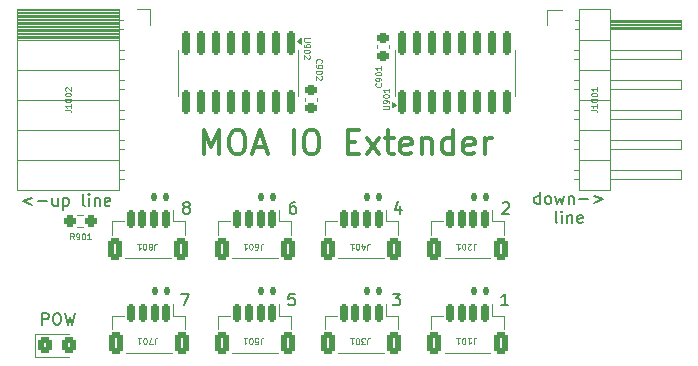
<source format=gbr>
%TF.GenerationSoftware,KiCad,Pcbnew,8.0.2*%
%TF.CreationDate,2024-10-31T00:13:47+01:00*%
%TF.ProjectId,IO_extender,494f5f65-7874-4656-9e64-65722e6b6963,rev?*%
%TF.SameCoordinates,Original*%
%TF.FileFunction,Legend,Top*%
%TF.FilePolarity,Positive*%
%FSLAX46Y46*%
G04 Gerber Fmt 4.6, Leading zero omitted, Abs format (unit mm)*
G04 Created by KiCad (PCBNEW 8.0.2) date 2024-10-31 00:13:47*
%MOMM*%
%LPD*%
G01*
G04 APERTURE LIST*
G04 Aperture macros list*
%AMRoundRect*
0 Rectangle with rounded corners*
0 $1 Rounding radius*
0 $2 $3 $4 $5 $6 $7 $8 $9 X,Y pos of 4 corners*
0 Add a 4 corners polygon primitive as box body*
4,1,4,$2,$3,$4,$5,$6,$7,$8,$9,$2,$3,0*
0 Add four circle primitives for the rounded corners*
1,1,$1+$1,$2,$3*
1,1,$1+$1,$4,$5*
1,1,$1+$1,$6,$7*
1,1,$1+$1,$8,$9*
0 Add four rect primitives between the rounded corners*
20,1,$1+$1,$2,$3,$4,$5,0*
20,1,$1+$1,$4,$5,$6,$7,0*
20,1,$1+$1,$6,$7,$8,$9,0*
20,1,$1+$1,$8,$9,$2,$3,0*%
G04 Aperture macros list end*
%ADD10C,0.150000*%
%ADD11C,0.300000*%
%ADD12C,0.075000*%
%ADD13C,0.120000*%
%ADD14RoundRect,0.225000X-0.250000X0.225000X-0.250000X-0.225000X0.250000X-0.225000X0.250000X0.225000X0*%
%ADD15RoundRect,0.250000X0.350000X0.650000X-0.350000X0.650000X-0.350000X-0.650000X0.350000X-0.650000X0*%
%ADD16RoundRect,0.150000X0.150000X0.625000X-0.150000X0.625000X-0.150000X-0.625000X0.150000X-0.625000X0*%
%ADD17RoundRect,0.135000X-0.135000X-0.185000X0.135000X-0.185000X0.135000X0.185000X-0.135000X0.185000X0*%
%ADD18O,1.700000X1.700000*%
%ADD19R,1.700000X1.700000*%
%ADD20RoundRect,0.150000X-0.150000X0.825000X-0.150000X-0.825000X0.150000X-0.825000X0.150000X0.825000X0*%
%ADD21RoundRect,0.225000X0.250000X-0.225000X0.250000X0.225000X-0.250000X0.225000X-0.250000X-0.225000X0*%
%ADD22RoundRect,0.250000X-0.325000X-0.450000X0.325000X-0.450000X0.325000X0.450000X-0.325000X0.450000X0*%
%ADD23RoundRect,0.150000X0.150000X-0.825000X0.150000X0.825000X-0.150000X0.825000X-0.150000X-0.825000X0*%
%ADD24RoundRect,0.237500X0.250000X0.237500X-0.250000X0.237500X-0.250000X-0.237500X0.250000X-0.237500X0*%
%ADD25C,3.200000*%
G04 APERTURE END LIST*
D10*
X167837998Y-123260870D02*
X167837998Y-123927537D01*
X167599903Y-122879918D02*
X167361808Y-123594203D01*
X167361808Y-123594203D02*
X167980855Y-123594203D01*
X176973236Y-131690537D02*
X176401808Y-131690537D01*
X176687522Y-131690537D02*
X176687522Y-130690537D01*
X176687522Y-130690537D02*
X176592284Y-130833394D01*
X176592284Y-130833394D02*
X176497046Y-130928632D01*
X176497046Y-130928632D02*
X176401808Y-130976251D01*
X137491507Y-133346819D02*
X137491507Y-132346819D01*
X137491507Y-132346819D02*
X137872459Y-132346819D01*
X137872459Y-132346819D02*
X137967697Y-132394438D01*
X137967697Y-132394438D02*
X138015316Y-132442057D01*
X138015316Y-132442057D02*
X138062935Y-132537295D01*
X138062935Y-132537295D02*
X138062935Y-132680152D01*
X138062935Y-132680152D02*
X138015316Y-132775390D01*
X138015316Y-132775390D02*
X137967697Y-132823009D01*
X137967697Y-132823009D02*
X137872459Y-132870628D01*
X137872459Y-132870628D02*
X137491507Y-132870628D01*
X138681983Y-132346819D02*
X138872459Y-132346819D01*
X138872459Y-132346819D02*
X138967697Y-132394438D01*
X138967697Y-132394438D02*
X139062935Y-132489676D01*
X139062935Y-132489676D02*
X139110554Y-132680152D01*
X139110554Y-132680152D02*
X139110554Y-133013485D01*
X139110554Y-133013485D02*
X139062935Y-133203961D01*
X139062935Y-133203961D02*
X138967697Y-133299200D01*
X138967697Y-133299200D02*
X138872459Y-133346819D01*
X138872459Y-133346819D02*
X138681983Y-133346819D01*
X138681983Y-133346819D02*
X138586745Y-133299200D01*
X138586745Y-133299200D02*
X138491507Y-133203961D01*
X138491507Y-133203961D02*
X138443888Y-133013485D01*
X138443888Y-133013485D02*
X138443888Y-132680152D01*
X138443888Y-132680152D02*
X138491507Y-132489676D01*
X138491507Y-132489676D02*
X138586745Y-132394438D01*
X138586745Y-132394438D02*
X138681983Y-132346819D01*
X139443888Y-132346819D02*
X139681983Y-133346819D01*
X139681983Y-133346819D02*
X139872459Y-132632533D01*
X139872459Y-132632533D02*
X140062935Y-133346819D01*
X140062935Y-133346819D02*
X140301031Y-132346819D01*
X167210189Y-130690537D02*
X167829236Y-130690537D01*
X167829236Y-130690537D02*
X167495903Y-131071489D01*
X167495903Y-131071489D02*
X167638760Y-131071489D01*
X167638760Y-131071489D02*
X167733998Y-131119108D01*
X167733998Y-131119108D02*
X167781617Y-131166727D01*
X167781617Y-131166727D02*
X167829236Y-131261965D01*
X167829236Y-131261965D02*
X167829236Y-131500060D01*
X167829236Y-131500060D02*
X167781617Y-131595298D01*
X167781617Y-131595298D02*
X167733998Y-131642918D01*
X167733998Y-131642918D02*
X167638760Y-131690537D01*
X167638760Y-131690537D02*
X167353046Y-131690537D01*
X167353046Y-131690537D02*
X167257808Y-131642918D01*
X167257808Y-131642918D02*
X167210189Y-131595298D01*
X158891617Y-130690537D02*
X158415427Y-130690537D01*
X158415427Y-130690537D02*
X158367808Y-131166727D01*
X158367808Y-131166727D02*
X158415427Y-131119108D01*
X158415427Y-131119108D02*
X158510665Y-131071489D01*
X158510665Y-131071489D02*
X158748760Y-131071489D01*
X158748760Y-131071489D02*
X158843998Y-131119108D01*
X158843998Y-131119108D02*
X158891617Y-131166727D01*
X158891617Y-131166727D02*
X158939236Y-131261965D01*
X158939236Y-131261965D02*
X158939236Y-131500060D01*
X158939236Y-131500060D02*
X158891617Y-131595298D01*
X158891617Y-131595298D02*
X158843998Y-131642918D01*
X158843998Y-131642918D02*
X158748760Y-131690537D01*
X158748760Y-131690537D02*
X158510665Y-131690537D01*
X158510665Y-131690537D02*
X158415427Y-131642918D01*
X158415427Y-131642918D02*
X158367808Y-131595298D01*
X149645284Y-123356108D02*
X149550046Y-123308489D01*
X149550046Y-123308489D02*
X149502427Y-123260870D01*
X149502427Y-123260870D02*
X149454808Y-123165632D01*
X149454808Y-123165632D02*
X149454808Y-123118013D01*
X149454808Y-123118013D02*
X149502427Y-123022775D01*
X149502427Y-123022775D02*
X149550046Y-122975156D01*
X149550046Y-122975156D02*
X149645284Y-122927537D01*
X149645284Y-122927537D02*
X149835760Y-122927537D01*
X149835760Y-122927537D02*
X149930998Y-122975156D01*
X149930998Y-122975156D02*
X149978617Y-123022775D01*
X149978617Y-123022775D02*
X150026236Y-123118013D01*
X150026236Y-123118013D02*
X150026236Y-123165632D01*
X150026236Y-123165632D02*
X149978617Y-123260870D01*
X149978617Y-123260870D02*
X149930998Y-123308489D01*
X149930998Y-123308489D02*
X149835760Y-123356108D01*
X149835760Y-123356108D02*
X149645284Y-123356108D01*
X149645284Y-123356108D02*
X149550046Y-123403727D01*
X149550046Y-123403727D02*
X149502427Y-123451346D01*
X149502427Y-123451346D02*
X149454808Y-123546584D01*
X149454808Y-123546584D02*
X149454808Y-123737060D01*
X149454808Y-123737060D02*
X149502427Y-123832298D01*
X149502427Y-123832298D02*
X149550046Y-123879918D01*
X149550046Y-123879918D02*
X149645284Y-123927537D01*
X149645284Y-123927537D02*
X149835760Y-123927537D01*
X149835760Y-123927537D02*
X149930998Y-123879918D01*
X149930998Y-123879918D02*
X149978617Y-123832298D01*
X149978617Y-123832298D02*
X150026236Y-123737060D01*
X150026236Y-123737060D02*
X150026236Y-123546584D01*
X150026236Y-123546584D02*
X149978617Y-123451346D01*
X149978617Y-123451346D02*
X149930998Y-123403727D01*
X149930998Y-123403727D02*
X149835760Y-123356108D01*
X158947998Y-122927537D02*
X158757522Y-122927537D01*
X158757522Y-122927537D02*
X158662284Y-122975156D01*
X158662284Y-122975156D02*
X158614665Y-123022775D01*
X158614665Y-123022775D02*
X158519427Y-123165632D01*
X158519427Y-123165632D02*
X158471808Y-123356108D01*
X158471808Y-123356108D02*
X158471808Y-123737060D01*
X158471808Y-123737060D02*
X158519427Y-123832298D01*
X158519427Y-123832298D02*
X158567046Y-123879918D01*
X158567046Y-123879918D02*
X158662284Y-123927537D01*
X158662284Y-123927537D02*
X158852760Y-123927537D01*
X158852760Y-123927537D02*
X158947998Y-123879918D01*
X158947998Y-123879918D02*
X158995617Y-123832298D01*
X158995617Y-123832298D02*
X159043236Y-123737060D01*
X159043236Y-123737060D02*
X159043236Y-123498965D01*
X159043236Y-123498965D02*
X158995617Y-123403727D01*
X158995617Y-123403727D02*
X158947998Y-123356108D01*
X158947998Y-123356108D02*
X158852760Y-123308489D01*
X158852760Y-123308489D02*
X158662284Y-123308489D01*
X158662284Y-123308489D02*
X158567046Y-123356108D01*
X158567046Y-123356108D02*
X158519427Y-123403727D01*
X158519427Y-123403727D02*
X158471808Y-123498965D01*
X149303189Y-130690537D02*
X149969855Y-130690537D01*
X149969855Y-130690537D02*
X149541284Y-131690537D01*
X136668238Y-122578372D02*
X135906333Y-122864086D01*
X135906333Y-122864086D02*
X136668238Y-123149800D01*
X137144428Y-122864086D02*
X137906333Y-122864086D01*
X138811094Y-122578372D02*
X138811094Y-123245039D01*
X138382523Y-122578372D02*
X138382523Y-123102181D01*
X138382523Y-123102181D02*
X138430142Y-123197420D01*
X138430142Y-123197420D02*
X138525380Y-123245039D01*
X138525380Y-123245039D02*
X138668237Y-123245039D01*
X138668237Y-123245039D02*
X138763475Y-123197420D01*
X138763475Y-123197420D02*
X138811094Y-123149800D01*
X139287285Y-122578372D02*
X139287285Y-123578372D01*
X139287285Y-122625991D02*
X139382523Y-122578372D01*
X139382523Y-122578372D02*
X139572999Y-122578372D01*
X139572999Y-122578372D02*
X139668237Y-122625991D01*
X139668237Y-122625991D02*
X139715856Y-122673610D01*
X139715856Y-122673610D02*
X139763475Y-122768848D01*
X139763475Y-122768848D02*
X139763475Y-123054562D01*
X139763475Y-123054562D02*
X139715856Y-123149800D01*
X139715856Y-123149800D02*
X139668237Y-123197420D01*
X139668237Y-123197420D02*
X139572999Y-123245039D01*
X139572999Y-123245039D02*
X139382523Y-123245039D01*
X139382523Y-123245039D02*
X139287285Y-123197420D01*
X141096809Y-123245039D02*
X141001571Y-123197420D01*
X141001571Y-123197420D02*
X140953952Y-123102181D01*
X140953952Y-123102181D02*
X140953952Y-122245039D01*
X141477762Y-123245039D02*
X141477762Y-122578372D01*
X141477762Y-122245039D02*
X141430143Y-122292658D01*
X141430143Y-122292658D02*
X141477762Y-122340277D01*
X141477762Y-122340277D02*
X141525381Y-122292658D01*
X141525381Y-122292658D02*
X141477762Y-122245039D01*
X141477762Y-122245039D02*
X141477762Y-122340277D01*
X141953952Y-122578372D02*
X141953952Y-123245039D01*
X141953952Y-122673610D02*
X142001571Y-122625991D01*
X142001571Y-122625991D02*
X142096809Y-122578372D01*
X142096809Y-122578372D02*
X142239666Y-122578372D01*
X142239666Y-122578372D02*
X142334904Y-122625991D01*
X142334904Y-122625991D02*
X142382523Y-122721229D01*
X142382523Y-122721229D02*
X142382523Y-123245039D01*
X143239666Y-123197420D02*
X143144428Y-123245039D01*
X143144428Y-123245039D02*
X142953952Y-123245039D01*
X142953952Y-123245039D02*
X142858714Y-123197420D01*
X142858714Y-123197420D02*
X142811095Y-123102181D01*
X142811095Y-123102181D02*
X142811095Y-122721229D01*
X142811095Y-122721229D02*
X142858714Y-122625991D01*
X142858714Y-122625991D02*
X142953952Y-122578372D01*
X142953952Y-122578372D02*
X143144428Y-122578372D01*
X143144428Y-122578372D02*
X143239666Y-122625991D01*
X143239666Y-122625991D02*
X143287285Y-122721229D01*
X143287285Y-122721229D02*
X143287285Y-122816467D01*
X143287285Y-122816467D02*
X142811095Y-122911705D01*
X179665619Y-123100875D02*
X179665619Y-122100875D01*
X179665619Y-123053256D02*
X179570381Y-123100875D01*
X179570381Y-123100875D02*
X179379905Y-123100875D01*
X179379905Y-123100875D02*
X179284667Y-123053256D01*
X179284667Y-123053256D02*
X179237048Y-123005636D01*
X179237048Y-123005636D02*
X179189429Y-122910398D01*
X179189429Y-122910398D02*
X179189429Y-122624684D01*
X179189429Y-122624684D02*
X179237048Y-122529446D01*
X179237048Y-122529446D02*
X179284667Y-122481827D01*
X179284667Y-122481827D02*
X179379905Y-122434208D01*
X179379905Y-122434208D02*
X179570381Y-122434208D01*
X179570381Y-122434208D02*
X179665619Y-122481827D01*
X180284667Y-123100875D02*
X180189429Y-123053256D01*
X180189429Y-123053256D02*
X180141810Y-123005636D01*
X180141810Y-123005636D02*
X180094191Y-122910398D01*
X180094191Y-122910398D02*
X180094191Y-122624684D01*
X180094191Y-122624684D02*
X180141810Y-122529446D01*
X180141810Y-122529446D02*
X180189429Y-122481827D01*
X180189429Y-122481827D02*
X180284667Y-122434208D01*
X180284667Y-122434208D02*
X180427524Y-122434208D01*
X180427524Y-122434208D02*
X180522762Y-122481827D01*
X180522762Y-122481827D02*
X180570381Y-122529446D01*
X180570381Y-122529446D02*
X180618000Y-122624684D01*
X180618000Y-122624684D02*
X180618000Y-122910398D01*
X180618000Y-122910398D02*
X180570381Y-123005636D01*
X180570381Y-123005636D02*
X180522762Y-123053256D01*
X180522762Y-123053256D02*
X180427524Y-123100875D01*
X180427524Y-123100875D02*
X180284667Y-123100875D01*
X180951334Y-122434208D02*
X181141810Y-123100875D01*
X181141810Y-123100875D02*
X181332286Y-122624684D01*
X181332286Y-122624684D02*
X181522762Y-123100875D01*
X181522762Y-123100875D02*
X181713238Y-122434208D01*
X182094191Y-122434208D02*
X182094191Y-123100875D01*
X182094191Y-122529446D02*
X182141810Y-122481827D01*
X182141810Y-122481827D02*
X182237048Y-122434208D01*
X182237048Y-122434208D02*
X182379905Y-122434208D01*
X182379905Y-122434208D02*
X182475143Y-122481827D01*
X182475143Y-122481827D02*
X182522762Y-122577065D01*
X182522762Y-122577065D02*
X182522762Y-123100875D01*
X182998953Y-122719922D02*
X183760858Y-122719922D01*
X184237048Y-122434208D02*
X184998953Y-122719922D01*
X184998953Y-122719922D02*
X184237048Y-123005636D01*
X181118000Y-124710819D02*
X181022762Y-124663200D01*
X181022762Y-124663200D02*
X180975143Y-124567961D01*
X180975143Y-124567961D02*
X180975143Y-123710819D01*
X181498953Y-124710819D02*
X181498953Y-124044152D01*
X181498953Y-123710819D02*
X181451334Y-123758438D01*
X181451334Y-123758438D02*
X181498953Y-123806057D01*
X181498953Y-123806057D02*
X181546572Y-123758438D01*
X181546572Y-123758438D02*
X181498953Y-123710819D01*
X181498953Y-123710819D02*
X181498953Y-123806057D01*
X181975143Y-124044152D02*
X181975143Y-124710819D01*
X181975143Y-124139390D02*
X182022762Y-124091771D01*
X182022762Y-124091771D02*
X182118000Y-124044152D01*
X182118000Y-124044152D02*
X182260857Y-124044152D01*
X182260857Y-124044152D02*
X182356095Y-124091771D01*
X182356095Y-124091771D02*
X182403714Y-124187009D01*
X182403714Y-124187009D02*
X182403714Y-124710819D01*
X183260857Y-124663200D02*
X183165619Y-124710819D01*
X183165619Y-124710819D02*
X182975143Y-124710819D01*
X182975143Y-124710819D02*
X182879905Y-124663200D01*
X182879905Y-124663200D02*
X182832286Y-124567961D01*
X182832286Y-124567961D02*
X182832286Y-124187009D01*
X182832286Y-124187009D02*
X182879905Y-124091771D01*
X182879905Y-124091771D02*
X182975143Y-124044152D01*
X182975143Y-124044152D02*
X183165619Y-124044152D01*
X183165619Y-124044152D02*
X183260857Y-124091771D01*
X183260857Y-124091771D02*
X183308476Y-124187009D01*
X183308476Y-124187009D02*
X183308476Y-124282247D01*
X183308476Y-124282247D02*
X182832286Y-124377485D01*
X176505808Y-123022775D02*
X176553427Y-122975156D01*
X176553427Y-122975156D02*
X176648665Y-122927537D01*
X176648665Y-122927537D02*
X176886760Y-122927537D01*
X176886760Y-122927537D02*
X176981998Y-122975156D01*
X176981998Y-122975156D02*
X177029617Y-123022775D01*
X177029617Y-123022775D02*
X177077236Y-123118013D01*
X177077236Y-123118013D02*
X177077236Y-123213251D01*
X177077236Y-123213251D02*
X177029617Y-123356108D01*
X177029617Y-123356108D02*
X176458189Y-123927537D01*
X176458189Y-123927537D02*
X177077236Y-123927537D01*
D11*
X151177902Y-118860356D02*
X151177902Y-116860356D01*
X151177902Y-116860356D02*
X151844569Y-118288927D01*
X151844569Y-118288927D02*
X152511235Y-116860356D01*
X152511235Y-116860356D02*
X152511235Y-118860356D01*
X153844568Y-116860356D02*
X154225521Y-116860356D01*
X154225521Y-116860356D02*
X154415997Y-116955594D01*
X154415997Y-116955594D02*
X154606473Y-117146070D01*
X154606473Y-117146070D02*
X154701711Y-117527022D01*
X154701711Y-117527022D02*
X154701711Y-118193689D01*
X154701711Y-118193689D02*
X154606473Y-118574641D01*
X154606473Y-118574641D02*
X154415997Y-118765118D01*
X154415997Y-118765118D02*
X154225521Y-118860356D01*
X154225521Y-118860356D02*
X153844568Y-118860356D01*
X153844568Y-118860356D02*
X153654092Y-118765118D01*
X153654092Y-118765118D02*
X153463616Y-118574641D01*
X153463616Y-118574641D02*
X153368378Y-118193689D01*
X153368378Y-118193689D02*
X153368378Y-117527022D01*
X153368378Y-117527022D02*
X153463616Y-117146070D01*
X153463616Y-117146070D02*
X153654092Y-116955594D01*
X153654092Y-116955594D02*
X153844568Y-116860356D01*
X155463616Y-118288927D02*
X156415997Y-118288927D01*
X155273140Y-118860356D02*
X155939806Y-116860356D01*
X155939806Y-116860356D02*
X156606473Y-118860356D01*
X158796950Y-118860356D02*
X158796950Y-116860356D01*
X160130283Y-116860356D02*
X160511236Y-116860356D01*
X160511236Y-116860356D02*
X160701712Y-116955594D01*
X160701712Y-116955594D02*
X160892188Y-117146070D01*
X160892188Y-117146070D02*
X160987426Y-117527022D01*
X160987426Y-117527022D02*
X160987426Y-118193689D01*
X160987426Y-118193689D02*
X160892188Y-118574641D01*
X160892188Y-118574641D02*
X160701712Y-118765118D01*
X160701712Y-118765118D02*
X160511236Y-118860356D01*
X160511236Y-118860356D02*
X160130283Y-118860356D01*
X160130283Y-118860356D02*
X159939807Y-118765118D01*
X159939807Y-118765118D02*
X159749331Y-118574641D01*
X159749331Y-118574641D02*
X159654093Y-118193689D01*
X159654093Y-118193689D02*
X159654093Y-117527022D01*
X159654093Y-117527022D02*
X159749331Y-117146070D01*
X159749331Y-117146070D02*
X159939807Y-116955594D01*
X159939807Y-116955594D02*
X160130283Y-116860356D01*
X163368379Y-117812737D02*
X164035046Y-117812737D01*
X164320760Y-118860356D02*
X163368379Y-118860356D01*
X163368379Y-118860356D02*
X163368379Y-116860356D01*
X163368379Y-116860356D02*
X164320760Y-116860356D01*
X164987427Y-118860356D02*
X166035046Y-117527022D01*
X164987427Y-117527022D02*
X166035046Y-118860356D01*
X166511237Y-117527022D02*
X167273141Y-117527022D01*
X166796951Y-116860356D02*
X166796951Y-118574641D01*
X166796951Y-118574641D02*
X166892189Y-118765118D01*
X166892189Y-118765118D02*
X167082665Y-118860356D01*
X167082665Y-118860356D02*
X167273141Y-118860356D01*
X168701713Y-118765118D02*
X168511237Y-118860356D01*
X168511237Y-118860356D02*
X168130284Y-118860356D01*
X168130284Y-118860356D02*
X167939808Y-118765118D01*
X167939808Y-118765118D02*
X167844570Y-118574641D01*
X167844570Y-118574641D02*
X167844570Y-117812737D01*
X167844570Y-117812737D02*
X167939808Y-117622260D01*
X167939808Y-117622260D02*
X168130284Y-117527022D01*
X168130284Y-117527022D02*
X168511237Y-117527022D01*
X168511237Y-117527022D02*
X168701713Y-117622260D01*
X168701713Y-117622260D02*
X168796951Y-117812737D01*
X168796951Y-117812737D02*
X168796951Y-118003213D01*
X168796951Y-118003213D02*
X167844570Y-118193689D01*
X169654094Y-117527022D02*
X169654094Y-118860356D01*
X169654094Y-117717498D02*
X169749332Y-117622260D01*
X169749332Y-117622260D02*
X169939808Y-117527022D01*
X169939808Y-117527022D02*
X170225523Y-117527022D01*
X170225523Y-117527022D02*
X170415999Y-117622260D01*
X170415999Y-117622260D02*
X170511237Y-117812737D01*
X170511237Y-117812737D02*
X170511237Y-118860356D01*
X172320761Y-118860356D02*
X172320761Y-116860356D01*
X172320761Y-118765118D02*
X172130285Y-118860356D01*
X172130285Y-118860356D02*
X171749332Y-118860356D01*
X171749332Y-118860356D02*
X171558856Y-118765118D01*
X171558856Y-118765118D02*
X171463618Y-118669879D01*
X171463618Y-118669879D02*
X171368380Y-118479403D01*
X171368380Y-118479403D02*
X171368380Y-117907975D01*
X171368380Y-117907975D02*
X171463618Y-117717498D01*
X171463618Y-117717498D02*
X171558856Y-117622260D01*
X171558856Y-117622260D02*
X171749332Y-117527022D01*
X171749332Y-117527022D02*
X172130285Y-117527022D01*
X172130285Y-117527022D02*
X172320761Y-117622260D01*
X174035047Y-118765118D02*
X173844571Y-118860356D01*
X173844571Y-118860356D02*
X173463618Y-118860356D01*
X173463618Y-118860356D02*
X173273142Y-118765118D01*
X173273142Y-118765118D02*
X173177904Y-118574641D01*
X173177904Y-118574641D02*
X173177904Y-117812737D01*
X173177904Y-117812737D02*
X173273142Y-117622260D01*
X173273142Y-117622260D02*
X173463618Y-117527022D01*
X173463618Y-117527022D02*
X173844571Y-117527022D01*
X173844571Y-117527022D02*
X174035047Y-117622260D01*
X174035047Y-117622260D02*
X174130285Y-117812737D01*
X174130285Y-117812737D02*
X174130285Y-118003213D01*
X174130285Y-118003213D02*
X173177904Y-118193689D01*
X174987428Y-118860356D02*
X174987428Y-117527022D01*
X174987428Y-117907975D02*
X175082666Y-117717498D01*
X175082666Y-117717498D02*
X175177904Y-117622260D01*
X175177904Y-117622260D02*
X175368380Y-117527022D01*
X175368380Y-117527022D02*
X175558857Y-117527022D01*
D12*
X166183790Y-112880523D02*
X166207600Y-112904332D01*
X166207600Y-112904332D02*
X166231409Y-112975761D01*
X166231409Y-112975761D02*
X166231409Y-113023380D01*
X166231409Y-113023380D02*
X166207600Y-113094808D01*
X166207600Y-113094808D02*
X166159980Y-113142427D01*
X166159980Y-113142427D02*
X166112361Y-113166237D01*
X166112361Y-113166237D02*
X166017123Y-113190046D01*
X166017123Y-113190046D02*
X165945695Y-113190046D01*
X165945695Y-113190046D02*
X165850457Y-113166237D01*
X165850457Y-113166237D02*
X165802838Y-113142427D01*
X165802838Y-113142427D02*
X165755219Y-113094808D01*
X165755219Y-113094808D02*
X165731409Y-113023380D01*
X165731409Y-113023380D02*
X165731409Y-112975761D01*
X165731409Y-112975761D02*
X165755219Y-112904332D01*
X165755219Y-112904332D02*
X165779028Y-112880523D01*
X166231409Y-112642427D02*
X166231409Y-112547189D01*
X166231409Y-112547189D02*
X166207600Y-112499570D01*
X166207600Y-112499570D02*
X166183790Y-112475761D01*
X166183790Y-112475761D02*
X166112361Y-112428142D01*
X166112361Y-112428142D02*
X166017123Y-112404332D01*
X166017123Y-112404332D02*
X165826647Y-112404332D01*
X165826647Y-112404332D02*
X165779028Y-112428142D01*
X165779028Y-112428142D02*
X165755219Y-112451951D01*
X165755219Y-112451951D02*
X165731409Y-112499570D01*
X165731409Y-112499570D02*
X165731409Y-112594808D01*
X165731409Y-112594808D02*
X165755219Y-112642427D01*
X165755219Y-112642427D02*
X165779028Y-112666237D01*
X165779028Y-112666237D02*
X165826647Y-112690046D01*
X165826647Y-112690046D02*
X165945695Y-112690046D01*
X165945695Y-112690046D02*
X165993314Y-112666237D01*
X165993314Y-112666237D02*
X166017123Y-112642427D01*
X166017123Y-112642427D02*
X166040933Y-112594808D01*
X166040933Y-112594808D02*
X166040933Y-112499570D01*
X166040933Y-112499570D02*
X166017123Y-112451951D01*
X166017123Y-112451951D02*
X165993314Y-112428142D01*
X165993314Y-112428142D02*
X165945695Y-112404332D01*
X165731409Y-112094809D02*
X165731409Y-112047190D01*
X165731409Y-112047190D02*
X165755219Y-111999571D01*
X165755219Y-111999571D02*
X165779028Y-111975761D01*
X165779028Y-111975761D02*
X165826647Y-111951952D01*
X165826647Y-111951952D02*
X165921885Y-111928142D01*
X165921885Y-111928142D02*
X166040933Y-111928142D01*
X166040933Y-111928142D02*
X166136171Y-111951952D01*
X166136171Y-111951952D02*
X166183790Y-111975761D01*
X166183790Y-111975761D02*
X166207600Y-111999571D01*
X166207600Y-111999571D02*
X166231409Y-112047190D01*
X166231409Y-112047190D02*
X166231409Y-112094809D01*
X166231409Y-112094809D02*
X166207600Y-112142428D01*
X166207600Y-112142428D02*
X166183790Y-112166237D01*
X166183790Y-112166237D02*
X166136171Y-112190047D01*
X166136171Y-112190047D02*
X166040933Y-112213856D01*
X166040933Y-112213856D02*
X165921885Y-112213856D01*
X165921885Y-112213856D02*
X165826647Y-112190047D01*
X165826647Y-112190047D02*
X165779028Y-112166237D01*
X165779028Y-112166237D02*
X165755219Y-112142428D01*
X165755219Y-112142428D02*
X165731409Y-112094809D01*
X166231409Y-111451952D02*
X166231409Y-111737666D01*
X166231409Y-111594809D02*
X165731409Y-111594809D01*
X165731409Y-111594809D02*
X165802838Y-111642428D01*
X165802838Y-111642428D02*
X165850457Y-111690047D01*
X165850457Y-111690047D02*
X165874266Y-111737666D01*
X174043856Y-126963590D02*
X174043856Y-126606447D01*
X174043856Y-126606447D02*
X174067665Y-126535019D01*
X174067665Y-126535019D02*
X174115284Y-126487400D01*
X174115284Y-126487400D02*
X174186713Y-126463590D01*
X174186713Y-126463590D02*
X174234332Y-126463590D01*
X173829570Y-126915971D02*
X173805761Y-126939780D01*
X173805761Y-126939780D02*
X173758142Y-126963590D01*
X173758142Y-126963590D02*
X173639094Y-126963590D01*
X173639094Y-126963590D02*
X173591475Y-126939780D01*
X173591475Y-126939780D02*
X173567666Y-126915971D01*
X173567666Y-126915971D02*
X173543856Y-126868352D01*
X173543856Y-126868352D02*
X173543856Y-126820733D01*
X173543856Y-126820733D02*
X173567666Y-126749304D01*
X173567666Y-126749304D02*
X173853380Y-126463590D01*
X173853380Y-126463590D02*
X173543856Y-126463590D01*
X173234333Y-126963590D02*
X173186714Y-126963590D01*
X173186714Y-126963590D02*
X173139095Y-126939780D01*
X173139095Y-126939780D02*
X173115285Y-126915971D01*
X173115285Y-126915971D02*
X173091476Y-126868352D01*
X173091476Y-126868352D02*
X173067666Y-126773114D01*
X173067666Y-126773114D02*
X173067666Y-126654066D01*
X173067666Y-126654066D02*
X173091476Y-126558828D01*
X173091476Y-126558828D02*
X173115285Y-126511209D01*
X173115285Y-126511209D02*
X173139095Y-126487400D01*
X173139095Y-126487400D02*
X173186714Y-126463590D01*
X173186714Y-126463590D02*
X173234333Y-126463590D01*
X173234333Y-126463590D02*
X173281952Y-126487400D01*
X173281952Y-126487400D02*
X173305761Y-126511209D01*
X173305761Y-126511209D02*
X173329571Y-126558828D01*
X173329571Y-126558828D02*
X173353380Y-126654066D01*
X173353380Y-126654066D02*
X173353380Y-126773114D01*
X173353380Y-126773114D02*
X173329571Y-126868352D01*
X173329571Y-126868352D02*
X173305761Y-126915971D01*
X173305761Y-126915971D02*
X173281952Y-126939780D01*
X173281952Y-126939780D02*
X173234333Y-126963590D01*
X172591476Y-126463590D02*
X172877190Y-126463590D01*
X172734333Y-126463590D02*
X172734333Y-126963590D01*
X172734333Y-126963590D02*
X172781952Y-126892161D01*
X172781952Y-126892161D02*
X172829571Y-126844542D01*
X172829571Y-126844542D02*
X172877190Y-126820733D01*
X156015856Y-134963590D02*
X156015856Y-134606447D01*
X156015856Y-134606447D02*
X156039665Y-134535019D01*
X156039665Y-134535019D02*
X156087284Y-134487400D01*
X156087284Y-134487400D02*
X156158713Y-134463590D01*
X156158713Y-134463590D02*
X156206332Y-134463590D01*
X155539666Y-134963590D02*
X155777761Y-134963590D01*
X155777761Y-134963590D02*
X155801570Y-134725495D01*
X155801570Y-134725495D02*
X155777761Y-134749304D01*
X155777761Y-134749304D02*
X155730142Y-134773114D01*
X155730142Y-134773114D02*
X155611094Y-134773114D01*
X155611094Y-134773114D02*
X155563475Y-134749304D01*
X155563475Y-134749304D02*
X155539666Y-134725495D01*
X155539666Y-134725495D02*
X155515856Y-134677876D01*
X155515856Y-134677876D02*
X155515856Y-134558828D01*
X155515856Y-134558828D02*
X155539666Y-134511209D01*
X155539666Y-134511209D02*
X155563475Y-134487400D01*
X155563475Y-134487400D02*
X155611094Y-134463590D01*
X155611094Y-134463590D02*
X155730142Y-134463590D01*
X155730142Y-134463590D02*
X155777761Y-134487400D01*
X155777761Y-134487400D02*
X155801570Y-134511209D01*
X155206333Y-134963590D02*
X155158714Y-134963590D01*
X155158714Y-134963590D02*
X155111095Y-134939780D01*
X155111095Y-134939780D02*
X155087285Y-134915971D01*
X155087285Y-134915971D02*
X155063476Y-134868352D01*
X155063476Y-134868352D02*
X155039666Y-134773114D01*
X155039666Y-134773114D02*
X155039666Y-134654066D01*
X155039666Y-134654066D02*
X155063476Y-134558828D01*
X155063476Y-134558828D02*
X155087285Y-134511209D01*
X155087285Y-134511209D02*
X155111095Y-134487400D01*
X155111095Y-134487400D02*
X155158714Y-134463590D01*
X155158714Y-134463590D02*
X155206333Y-134463590D01*
X155206333Y-134463590D02*
X155253952Y-134487400D01*
X155253952Y-134487400D02*
X155277761Y-134511209D01*
X155277761Y-134511209D02*
X155301571Y-134558828D01*
X155301571Y-134558828D02*
X155325380Y-134654066D01*
X155325380Y-134654066D02*
X155325380Y-134773114D01*
X155325380Y-134773114D02*
X155301571Y-134868352D01*
X155301571Y-134868352D02*
X155277761Y-134915971D01*
X155277761Y-134915971D02*
X155253952Y-134939780D01*
X155253952Y-134939780D02*
X155206333Y-134963590D01*
X154563476Y-134463590D02*
X154849190Y-134463590D01*
X154706333Y-134463590D02*
X154706333Y-134963590D01*
X154706333Y-134963590D02*
X154753952Y-134892161D01*
X154753952Y-134892161D02*
X154801571Y-134844542D01*
X154801571Y-134844542D02*
X154849190Y-134820733D01*
X147015856Y-126963590D02*
X147015856Y-126606447D01*
X147015856Y-126606447D02*
X147039665Y-126535019D01*
X147039665Y-126535019D02*
X147087284Y-126487400D01*
X147087284Y-126487400D02*
X147158713Y-126463590D01*
X147158713Y-126463590D02*
X147206332Y-126463590D01*
X146706332Y-126749304D02*
X146753951Y-126773114D01*
X146753951Y-126773114D02*
X146777761Y-126796923D01*
X146777761Y-126796923D02*
X146801570Y-126844542D01*
X146801570Y-126844542D02*
X146801570Y-126868352D01*
X146801570Y-126868352D02*
X146777761Y-126915971D01*
X146777761Y-126915971D02*
X146753951Y-126939780D01*
X146753951Y-126939780D02*
X146706332Y-126963590D01*
X146706332Y-126963590D02*
X146611094Y-126963590D01*
X146611094Y-126963590D02*
X146563475Y-126939780D01*
X146563475Y-126939780D02*
X146539666Y-126915971D01*
X146539666Y-126915971D02*
X146515856Y-126868352D01*
X146515856Y-126868352D02*
X146515856Y-126844542D01*
X146515856Y-126844542D02*
X146539666Y-126796923D01*
X146539666Y-126796923D02*
X146563475Y-126773114D01*
X146563475Y-126773114D02*
X146611094Y-126749304D01*
X146611094Y-126749304D02*
X146706332Y-126749304D01*
X146706332Y-126749304D02*
X146753951Y-126725495D01*
X146753951Y-126725495D02*
X146777761Y-126701685D01*
X146777761Y-126701685D02*
X146801570Y-126654066D01*
X146801570Y-126654066D02*
X146801570Y-126558828D01*
X146801570Y-126558828D02*
X146777761Y-126511209D01*
X146777761Y-126511209D02*
X146753951Y-126487400D01*
X146753951Y-126487400D02*
X146706332Y-126463590D01*
X146706332Y-126463590D02*
X146611094Y-126463590D01*
X146611094Y-126463590D02*
X146563475Y-126487400D01*
X146563475Y-126487400D02*
X146539666Y-126511209D01*
X146539666Y-126511209D02*
X146515856Y-126558828D01*
X146515856Y-126558828D02*
X146515856Y-126654066D01*
X146515856Y-126654066D02*
X146539666Y-126701685D01*
X146539666Y-126701685D02*
X146563475Y-126725495D01*
X146563475Y-126725495D02*
X146611094Y-126749304D01*
X146206333Y-126963590D02*
X146158714Y-126963590D01*
X146158714Y-126963590D02*
X146111095Y-126939780D01*
X146111095Y-126939780D02*
X146087285Y-126915971D01*
X146087285Y-126915971D02*
X146063476Y-126868352D01*
X146063476Y-126868352D02*
X146039666Y-126773114D01*
X146039666Y-126773114D02*
X146039666Y-126654066D01*
X146039666Y-126654066D02*
X146063476Y-126558828D01*
X146063476Y-126558828D02*
X146087285Y-126511209D01*
X146087285Y-126511209D02*
X146111095Y-126487400D01*
X146111095Y-126487400D02*
X146158714Y-126463590D01*
X146158714Y-126463590D02*
X146206333Y-126463590D01*
X146206333Y-126463590D02*
X146253952Y-126487400D01*
X146253952Y-126487400D02*
X146277761Y-126511209D01*
X146277761Y-126511209D02*
X146301571Y-126558828D01*
X146301571Y-126558828D02*
X146325380Y-126654066D01*
X146325380Y-126654066D02*
X146325380Y-126773114D01*
X146325380Y-126773114D02*
X146301571Y-126868352D01*
X146301571Y-126868352D02*
X146277761Y-126915971D01*
X146277761Y-126915971D02*
X146253952Y-126939780D01*
X146253952Y-126939780D02*
X146206333Y-126963590D01*
X145563476Y-126463590D02*
X145849190Y-126463590D01*
X145706333Y-126463590D02*
X145706333Y-126963590D01*
X145706333Y-126963590D02*
X145753952Y-126892161D01*
X145753952Y-126892161D02*
X145801571Y-126844542D01*
X145801571Y-126844542D02*
X145849190Y-126820733D01*
X165043856Y-134963590D02*
X165043856Y-134606447D01*
X165043856Y-134606447D02*
X165067665Y-134535019D01*
X165067665Y-134535019D02*
X165115284Y-134487400D01*
X165115284Y-134487400D02*
X165186713Y-134463590D01*
X165186713Y-134463590D02*
X165234332Y-134463590D01*
X164853380Y-134963590D02*
X164543856Y-134963590D01*
X164543856Y-134963590D02*
X164710523Y-134773114D01*
X164710523Y-134773114D02*
X164639094Y-134773114D01*
X164639094Y-134773114D02*
X164591475Y-134749304D01*
X164591475Y-134749304D02*
X164567666Y-134725495D01*
X164567666Y-134725495D02*
X164543856Y-134677876D01*
X164543856Y-134677876D02*
X164543856Y-134558828D01*
X164543856Y-134558828D02*
X164567666Y-134511209D01*
X164567666Y-134511209D02*
X164591475Y-134487400D01*
X164591475Y-134487400D02*
X164639094Y-134463590D01*
X164639094Y-134463590D02*
X164781951Y-134463590D01*
X164781951Y-134463590D02*
X164829570Y-134487400D01*
X164829570Y-134487400D02*
X164853380Y-134511209D01*
X164234333Y-134963590D02*
X164186714Y-134963590D01*
X164186714Y-134963590D02*
X164139095Y-134939780D01*
X164139095Y-134939780D02*
X164115285Y-134915971D01*
X164115285Y-134915971D02*
X164091476Y-134868352D01*
X164091476Y-134868352D02*
X164067666Y-134773114D01*
X164067666Y-134773114D02*
X164067666Y-134654066D01*
X164067666Y-134654066D02*
X164091476Y-134558828D01*
X164091476Y-134558828D02*
X164115285Y-134511209D01*
X164115285Y-134511209D02*
X164139095Y-134487400D01*
X164139095Y-134487400D02*
X164186714Y-134463590D01*
X164186714Y-134463590D02*
X164234333Y-134463590D01*
X164234333Y-134463590D02*
X164281952Y-134487400D01*
X164281952Y-134487400D02*
X164305761Y-134511209D01*
X164305761Y-134511209D02*
X164329571Y-134558828D01*
X164329571Y-134558828D02*
X164353380Y-134654066D01*
X164353380Y-134654066D02*
X164353380Y-134773114D01*
X164353380Y-134773114D02*
X164329571Y-134868352D01*
X164329571Y-134868352D02*
X164305761Y-134915971D01*
X164305761Y-134915971D02*
X164281952Y-134939780D01*
X164281952Y-134939780D02*
X164234333Y-134963590D01*
X163591476Y-134463590D02*
X163877190Y-134463590D01*
X163734333Y-134463590D02*
X163734333Y-134963590D01*
X163734333Y-134963590D02*
X163781952Y-134892161D01*
X163781952Y-134892161D02*
X163829571Y-134844542D01*
X163829571Y-134844542D02*
X163877190Y-134820733D01*
X147043856Y-134963590D02*
X147043856Y-134606447D01*
X147043856Y-134606447D02*
X147067665Y-134535019D01*
X147067665Y-134535019D02*
X147115284Y-134487400D01*
X147115284Y-134487400D02*
X147186713Y-134463590D01*
X147186713Y-134463590D02*
X147234332Y-134463590D01*
X146853380Y-134963590D02*
X146520047Y-134963590D01*
X146520047Y-134963590D02*
X146734332Y-134463590D01*
X146234333Y-134963590D02*
X146186714Y-134963590D01*
X146186714Y-134963590D02*
X146139095Y-134939780D01*
X146139095Y-134939780D02*
X146115285Y-134915971D01*
X146115285Y-134915971D02*
X146091476Y-134868352D01*
X146091476Y-134868352D02*
X146067666Y-134773114D01*
X146067666Y-134773114D02*
X146067666Y-134654066D01*
X146067666Y-134654066D02*
X146091476Y-134558828D01*
X146091476Y-134558828D02*
X146115285Y-134511209D01*
X146115285Y-134511209D02*
X146139095Y-134487400D01*
X146139095Y-134487400D02*
X146186714Y-134463590D01*
X146186714Y-134463590D02*
X146234333Y-134463590D01*
X146234333Y-134463590D02*
X146281952Y-134487400D01*
X146281952Y-134487400D02*
X146305761Y-134511209D01*
X146305761Y-134511209D02*
X146329571Y-134558828D01*
X146329571Y-134558828D02*
X146353380Y-134654066D01*
X146353380Y-134654066D02*
X146353380Y-134773114D01*
X146353380Y-134773114D02*
X146329571Y-134868352D01*
X146329571Y-134868352D02*
X146305761Y-134915971D01*
X146305761Y-134915971D02*
X146281952Y-134939780D01*
X146281952Y-134939780D02*
X146234333Y-134963590D01*
X145591476Y-134463590D02*
X145877190Y-134463590D01*
X145734333Y-134463590D02*
X145734333Y-134963590D01*
X145734333Y-134963590D02*
X145781952Y-134892161D01*
X145781952Y-134892161D02*
X145829571Y-134844542D01*
X145829571Y-134844542D02*
X145877190Y-134820733D01*
X174043856Y-134963590D02*
X174043856Y-134606447D01*
X174043856Y-134606447D02*
X174067665Y-134535019D01*
X174067665Y-134535019D02*
X174115284Y-134487400D01*
X174115284Y-134487400D02*
X174186713Y-134463590D01*
X174186713Y-134463590D02*
X174234332Y-134463590D01*
X173543856Y-134463590D02*
X173829570Y-134463590D01*
X173686713Y-134463590D02*
X173686713Y-134963590D01*
X173686713Y-134963590D02*
X173734332Y-134892161D01*
X173734332Y-134892161D02*
X173781951Y-134844542D01*
X173781951Y-134844542D02*
X173829570Y-134820733D01*
X173234333Y-134963590D02*
X173186714Y-134963590D01*
X173186714Y-134963590D02*
X173139095Y-134939780D01*
X173139095Y-134939780D02*
X173115285Y-134915971D01*
X173115285Y-134915971D02*
X173091476Y-134868352D01*
X173091476Y-134868352D02*
X173067666Y-134773114D01*
X173067666Y-134773114D02*
X173067666Y-134654066D01*
X173067666Y-134654066D02*
X173091476Y-134558828D01*
X173091476Y-134558828D02*
X173115285Y-134511209D01*
X173115285Y-134511209D02*
X173139095Y-134487400D01*
X173139095Y-134487400D02*
X173186714Y-134463590D01*
X173186714Y-134463590D02*
X173234333Y-134463590D01*
X173234333Y-134463590D02*
X173281952Y-134487400D01*
X173281952Y-134487400D02*
X173305761Y-134511209D01*
X173305761Y-134511209D02*
X173329571Y-134558828D01*
X173329571Y-134558828D02*
X173353380Y-134654066D01*
X173353380Y-134654066D02*
X173353380Y-134773114D01*
X173353380Y-134773114D02*
X173329571Y-134868352D01*
X173329571Y-134868352D02*
X173305761Y-134915971D01*
X173305761Y-134915971D02*
X173281952Y-134939780D01*
X173281952Y-134939780D02*
X173234333Y-134963590D01*
X172591476Y-134463590D02*
X172877190Y-134463590D01*
X172734333Y-134463590D02*
X172734333Y-134963590D01*
X172734333Y-134963590D02*
X172781952Y-134892161D01*
X172781952Y-134892161D02*
X172829571Y-134844542D01*
X172829571Y-134844542D02*
X172877190Y-134820733D01*
X139452409Y-115150951D02*
X139809552Y-115150951D01*
X139809552Y-115150951D02*
X139880980Y-115174760D01*
X139880980Y-115174760D02*
X139928600Y-115222379D01*
X139928600Y-115222379D02*
X139952409Y-115293808D01*
X139952409Y-115293808D02*
X139952409Y-115341427D01*
X139952409Y-114650951D02*
X139952409Y-114936665D01*
X139952409Y-114793808D02*
X139452409Y-114793808D01*
X139452409Y-114793808D02*
X139523838Y-114841427D01*
X139523838Y-114841427D02*
X139571457Y-114889046D01*
X139571457Y-114889046D02*
X139595266Y-114936665D01*
X139452409Y-114341428D02*
X139452409Y-114293809D01*
X139452409Y-114293809D02*
X139476219Y-114246190D01*
X139476219Y-114246190D02*
X139500028Y-114222380D01*
X139500028Y-114222380D02*
X139547647Y-114198571D01*
X139547647Y-114198571D02*
X139642885Y-114174761D01*
X139642885Y-114174761D02*
X139761933Y-114174761D01*
X139761933Y-114174761D02*
X139857171Y-114198571D01*
X139857171Y-114198571D02*
X139904790Y-114222380D01*
X139904790Y-114222380D02*
X139928600Y-114246190D01*
X139928600Y-114246190D02*
X139952409Y-114293809D01*
X139952409Y-114293809D02*
X139952409Y-114341428D01*
X139952409Y-114341428D02*
X139928600Y-114389047D01*
X139928600Y-114389047D02*
X139904790Y-114412856D01*
X139904790Y-114412856D02*
X139857171Y-114436666D01*
X139857171Y-114436666D02*
X139761933Y-114460475D01*
X139761933Y-114460475D02*
X139642885Y-114460475D01*
X139642885Y-114460475D02*
X139547647Y-114436666D01*
X139547647Y-114436666D02*
X139500028Y-114412856D01*
X139500028Y-114412856D02*
X139476219Y-114389047D01*
X139476219Y-114389047D02*
X139452409Y-114341428D01*
X139452409Y-113865238D02*
X139452409Y-113817619D01*
X139452409Y-113817619D02*
X139476219Y-113770000D01*
X139476219Y-113770000D02*
X139500028Y-113746190D01*
X139500028Y-113746190D02*
X139547647Y-113722381D01*
X139547647Y-113722381D02*
X139642885Y-113698571D01*
X139642885Y-113698571D02*
X139761933Y-113698571D01*
X139761933Y-113698571D02*
X139857171Y-113722381D01*
X139857171Y-113722381D02*
X139904790Y-113746190D01*
X139904790Y-113746190D02*
X139928600Y-113770000D01*
X139928600Y-113770000D02*
X139952409Y-113817619D01*
X139952409Y-113817619D02*
X139952409Y-113865238D01*
X139952409Y-113865238D02*
X139928600Y-113912857D01*
X139928600Y-113912857D02*
X139904790Y-113936666D01*
X139904790Y-113936666D02*
X139857171Y-113960476D01*
X139857171Y-113960476D02*
X139761933Y-113984285D01*
X139761933Y-113984285D02*
X139642885Y-113984285D01*
X139642885Y-113984285D02*
X139547647Y-113960476D01*
X139547647Y-113960476D02*
X139500028Y-113936666D01*
X139500028Y-113936666D02*
X139476219Y-113912857D01*
X139476219Y-113912857D02*
X139452409Y-113865238D01*
X139500028Y-113508095D02*
X139476219Y-113484286D01*
X139476219Y-113484286D02*
X139452409Y-113436667D01*
X139452409Y-113436667D02*
X139452409Y-113317619D01*
X139452409Y-113317619D02*
X139476219Y-113270000D01*
X139476219Y-113270000D02*
X139500028Y-113246191D01*
X139500028Y-113246191D02*
X139547647Y-113222381D01*
X139547647Y-113222381D02*
X139595266Y-113222381D01*
X139595266Y-113222381D02*
X139666695Y-113246191D01*
X139666695Y-113246191D02*
X139952409Y-113531905D01*
X139952409Y-113531905D02*
X139952409Y-113222381D01*
X160173590Y-109057857D02*
X159768828Y-109057857D01*
X159768828Y-109057857D02*
X159721209Y-109081667D01*
X159721209Y-109081667D02*
X159697400Y-109105476D01*
X159697400Y-109105476D02*
X159673590Y-109153095D01*
X159673590Y-109153095D02*
X159673590Y-109248333D01*
X159673590Y-109248333D02*
X159697400Y-109295952D01*
X159697400Y-109295952D02*
X159721209Y-109319762D01*
X159721209Y-109319762D02*
X159768828Y-109343571D01*
X159768828Y-109343571D02*
X160173590Y-109343571D01*
X159673590Y-109605477D02*
X159673590Y-109700715D01*
X159673590Y-109700715D02*
X159697400Y-109748334D01*
X159697400Y-109748334D02*
X159721209Y-109772143D01*
X159721209Y-109772143D02*
X159792638Y-109819762D01*
X159792638Y-109819762D02*
X159887876Y-109843572D01*
X159887876Y-109843572D02*
X160078352Y-109843572D01*
X160078352Y-109843572D02*
X160125971Y-109819762D01*
X160125971Y-109819762D02*
X160149780Y-109795953D01*
X160149780Y-109795953D02*
X160173590Y-109748334D01*
X160173590Y-109748334D02*
X160173590Y-109653096D01*
X160173590Y-109653096D02*
X160149780Y-109605477D01*
X160149780Y-109605477D02*
X160125971Y-109581667D01*
X160125971Y-109581667D02*
X160078352Y-109557858D01*
X160078352Y-109557858D02*
X159959304Y-109557858D01*
X159959304Y-109557858D02*
X159911685Y-109581667D01*
X159911685Y-109581667D02*
X159887876Y-109605477D01*
X159887876Y-109605477D02*
X159864066Y-109653096D01*
X159864066Y-109653096D02*
X159864066Y-109748334D01*
X159864066Y-109748334D02*
X159887876Y-109795953D01*
X159887876Y-109795953D02*
X159911685Y-109819762D01*
X159911685Y-109819762D02*
X159959304Y-109843572D01*
X160173590Y-110153095D02*
X160173590Y-110200714D01*
X160173590Y-110200714D02*
X160149780Y-110248333D01*
X160149780Y-110248333D02*
X160125971Y-110272143D01*
X160125971Y-110272143D02*
X160078352Y-110295952D01*
X160078352Y-110295952D02*
X159983114Y-110319762D01*
X159983114Y-110319762D02*
X159864066Y-110319762D01*
X159864066Y-110319762D02*
X159768828Y-110295952D01*
X159768828Y-110295952D02*
X159721209Y-110272143D01*
X159721209Y-110272143D02*
X159697400Y-110248333D01*
X159697400Y-110248333D02*
X159673590Y-110200714D01*
X159673590Y-110200714D02*
X159673590Y-110153095D01*
X159673590Y-110153095D02*
X159697400Y-110105476D01*
X159697400Y-110105476D02*
X159721209Y-110081667D01*
X159721209Y-110081667D02*
X159768828Y-110057857D01*
X159768828Y-110057857D02*
X159864066Y-110034048D01*
X159864066Y-110034048D02*
X159983114Y-110034048D01*
X159983114Y-110034048D02*
X160078352Y-110057857D01*
X160078352Y-110057857D02*
X160125971Y-110081667D01*
X160125971Y-110081667D02*
X160149780Y-110105476D01*
X160149780Y-110105476D02*
X160173590Y-110153095D01*
X160125971Y-110510238D02*
X160149780Y-110534047D01*
X160149780Y-110534047D02*
X160173590Y-110581666D01*
X160173590Y-110581666D02*
X160173590Y-110700714D01*
X160173590Y-110700714D02*
X160149780Y-110748333D01*
X160149780Y-110748333D02*
X160125971Y-110772142D01*
X160125971Y-110772142D02*
X160078352Y-110795952D01*
X160078352Y-110795952D02*
X160030733Y-110795952D01*
X160030733Y-110795952D02*
X159959304Y-110772142D01*
X159959304Y-110772142D02*
X159673590Y-110486428D01*
X159673590Y-110486428D02*
X159673590Y-110795952D01*
X160737209Y-111133476D02*
X160713400Y-111109667D01*
X160713400Y-111109667D02*
X160689590Y-111038238D01*
X160689590Y-111038238D02*
X160689590Y-110990619D01*
X160689590Y-110990619D02*
X160713400Y-110919191D01*
X160713400Y-110919191D02*
X160761019Y-110871572D01*
X160761019Y-110871572D02*
X160808638Y-110847762D01*
X160808638Y-110847762D02*
X160903876Y-110823953D01*
X160903876Y-110823953D02*
X160975304Y-110823953D01*
X160975304Y-110823953D02*
X161070542Y-110847762D01*
X161070542Y-110847762D02*
X161118161Y-110871572D01*
X161118161Y-110871572D02*
X161165780Y-110919191D01*
X161165780Y-110919191D02*
X161189590Y-110990619D01*
X161189590Y-110990619D02*
X161189590Y-111038238D01*
X161189590Y-111038238D02*
X161165780Y-111109667D01*
X161165780Y-111109667D02*
X161141971Y-111133476D01*
X160689590Y-111371572D02*
X160689590Y-111466810D01*
X160689590Y-111466810D02*
X160713400Y-111514429D01*
X160713400Y-111514429D02*
X160737209Y-111538238D01*
X160737209Y-111538238D02*
X160808638Y-111585857D01*
X160808638Y-111585857D02*
X160903876Y-111609667D01*
X160903876Y-111609667D02*
X161094352Y-111609667D01*
X161094352Y-111609667D02*
X161141971Y-111585857D01*
X161141971Y-111585857D02*
X161165780Y-111562048D01*
X161165780Y-111562048D02*
X161189590Y-111514429D01*
X161189590Y-111514429D02*
X161189590Y-111419191D01*
X161189590Y-111419191D02*
X161165780Y-111371572D01*
X161165780Y-111371572D02*
X161141971Y-111347762D01*
X161141971Y-111347762D02*
X161094352Y-111323953D01*
X161094352Y-111323953D02*
X160975304Y-111323953D01*
X160975304Y-111323953D02*
X160927685Y-111347762D01*
X160927685Y-111347762D02*
X160903876Y-111371572D01*
X160903876Y-111371572D02*
X160880066Y-111419191D01*
X160880066Y-111419191D02*
X160880066Y-111514429D01*
X160880066Y-111514429D02*
X160903876Y-111562048D01*
X160903876Y-111562048D02*
X160927685Y-111585857D01*
X160927685Y-111585857D02*
X160975304Y-111609667D01*
X161189590Y-111919190D02*
X161189590Y-111966809D01*
X161189590Y-111966809D02*
X161165780Y-112014428D01*
X161165780Y-112014428D02*
X161141971Y-112038238D01*
X161141971Y-112038238D02*
X161094352Y-112062047D01*
X161094352Y-112062047D02*
X160999114Y-112085857D01*
X160999114Y-112085857D02*
X160880066Y-112085857D01*
X160880066Y-112085857D02*
X160784828Y-112062047D01*
X160784828Y-112062047D02*
X160737209Y-112038238D01*
X160737209Y-112038238D02*
X160713400Y-112014428D01*
X160713400Y-112014428D02*
X160689590Y-111966809D01*
X160689590Y-111966809D02*
X160689590Y-111919190D01*
X160689590Y-111919190D02*
X160713400Y-111871571D01*
X160713400Y-111871571D02*
X160737209Y-111847762D01*
X160737209Y-111847762D02*
X160784828Y-111823952D01*
X160784828Y-111823952D02*
X160880066Y-111800143D01*
X160880066Y-111800143D02*
X160999114Y-111800143D01*
X160999114Y-111800143D02*
X161094352Y-111823952D01*
X161094352Y-111823952D02*
X161141971Y-111847762D01*
X161141971Y-111847762D02*
X161165780Y-111871571D01*
X161165780Y-111871571D02*
X161189590Y-111919190D01*
X161141971Y-112276333D02*
X161165780Y-112300142D01*
X161165780Y-112300142D02*
X161189590Y-112347761D01*
X161189590Y-112347761D02*
X161189590Y-112466809D01*
X161189590Y-112466809D02*
X161165780Y-112514428D01*
X161165780Y-112514428D02*
X161141971Y-112538237D01*
X161141971Y-112538237D02*
X161094352Y-112562047D01*
X161094352Y-112562047D02*
X161046733Y-112562047D01*
X161046733Y-112562047D02*
X160975304Y-112538237D01*
X160975304Y-112538237D02*
X160689590Y-112252523D01*
X160689590Y-112252523D02*
X160689590Y-112562047D01*
X183997409Y-115150951D02*
X184354552Y-115150951D01*
X184354552Y-115150951D02*
X184425980Y-115174760D01*
X184425980Y-115174760D02*
X184473600Y-115222379D01*
X184473600Y-115222379D02*
X184497409Y-115293808D01*
X184497409Y-115293808D02*
X184497409Y-115341427D01*
X184497409Y-114650951D02*
X184497409Y-114936665D01*
X184497409Y-114793808D02*
X183997409Y-114793808D01*
X183997409Y-114793808D02*
X184068838Y-114841427D01*
X184068838Y-114841427D02*
X184116457Y-114889046D01*
X184116457Y-114889046D02*
X184140266Y-114936665D01*
X183997409Y-114341428D02*
X183997409Y-114293809D01*
X183997409Y-114293809D02*
X184021219Y-114246190D01*
X184021219Y-114246190D02*
X184045028Y-114222380D01*
X184045028Y-114222380D02*
X184092647Y-114198571D01*
X184092647Y-114198571D02*
X184187885Y-114174761D01*
X184187885Y-114174761D02*
X184306933Y-114174761D01*
X184306933Y-114174761D02*
X184402171Y-114198571D01*
X184402171Y-114198571D02*
X184449790Y-114222380D01*
X184449790Y-114222380D02*
X184473600Y-114246190D01*
X184473600Y-114246190D02*
X184497409Y-114293809D01*
X184497409Y-114293809D02*
X184497409Y-114341428D01*
X184497409Y-114341428D02*
X184473600Y-114389047D01*
X184473600Y-114389047D02*
X184449790Y-114412856D01*
X184449790Y-114412856D02*
X184402171Y-114436666D01*
X184402171Y-114436666D02*
X184306933Y-114460475D01*
X184306933Y-114460475D02*
X184187885Y-114460475D01*
X184187885Y-114460475D02*
X184092647Y-114436666D01*
X184092647Y-114436666D02*
X184045028Y-114412856D01*
X184045028Y-114412856D02*
X184021219Y-114389047D01*
X184021219Y-114389047D02*
X183997409Y-114341428D01*
X183997409Y-113865238D02*
X183997409Y-113817619D01*
X183997409Y-113817619D02*
X184021219Y-113770000D01*
X184021219Y-113770000D02*
X184045028Y-113746190D01*
X184045028Y-113746190D02*
X184092647Y-113722381D01*
X184092647Y-113722381D02*
X184187885Y-113698571D01*
X184187885Y-113698571D02*
X184306933Y-113698571D01*
X184306933Y-113698571D02*
X184402171Y-113722381D01*
X184402171Y-113722381D02*
X184449790Y-113746190D01*
X184449790Y-113746190D02*
X184473600Y-113770000D01*
X184473600Y-113770000D02*
X184497409Y-113817619D01*
X184497409Y-113817619D02*
X184497409Y-113865238D01*
X184497409Y-113865238D02*
X184473600Y-113912857D01*
X184473600Y-113912857D02*
X184449790Y-113936666D01*
X184449790Y-113936666D02*
X184402171Y-113960476D01*
X184402171Y-113960476D02*
X184306933Y-113984285D01*
X184306933Y-113984285D02*
X184187885Y-113984285D01*
X184187885Y-113984285D02*
X184092647Y-113960476D01*
X184092647Y-113960476D02*
X184045028Y-113936666D01*
X184045028Y-113936666D02*
X184021219Y-113912857D01*
X184021219Y-113912857D02*
X183997409Y-113865238D01*
X184497409Y-113222381D02*
X184497409Y-113508095D01*
X184497409Y-113365238D02*
X183997409Y-113365238D01*
X183997409Y-113365238D02*
X184068838Y-113412857D01*
X184068838Y-113412857D02*
X184116457Y-113460476D01*
X184116457Y-113460476D02*
X184140266Y-113508095D01*
X156015856Y-126963590D02*
X156015856Y-126606447D01*
X156015856Y-126606447D02*
X156039665Y-126535019D01*
X156039665Y-126535019D02*
X156087284Y-126487400D01*
X156087284Y-126487400D02*
X156158713Y-126463590D01*
X156158713Y-126463590D02*
X156206332Y-126463590D01*
X155563475Y-126963590D02*
X155658713Y-126963590D01*
X155658713Y-126963590D02*
X155706332Y-126939780D01*
X155706332Y-126939780D02*
X155730142Y-126915971D01*
X155730142Y-126915971D02*
X155777761Y-126844542D01*
X155777761Y-126844542D02*
X155801570Y-126749304D01*
X155801570Y-126749304D02*
X155801570Y-126558828D01*
X155801570Y-126558828D02*
X155777761Y-126511209D01*
X155777761Y-126511209D02*
X155753951Y-126487400D01*
X155753951Y-126487400D02*
X155706332Y-126463590D01*
X155706332Y-126463590D02*
X155611094Y-126463590D01*
X155611094Y-126463590D02*
X155563475Y-126487400D01*
X155563475Y-126487400D02*
X155539666Y-126511209D01*
X155539666Y-126511209D02*
X155515856Y-126558828D01*
X155515856Y-126558828D02*
X155515856Y-126677876D01*
X155515856Y-126677876D02*
X155539666Y-126725495D01*
X155539666Y-126725495D02*
X155563475Y-126749304D01*
X155563475Y-126749304D02*
X155611094Y-126773114D01*
X155611094Y-126773114D02*
X155706332Y-126773114D01*
X155706332Y-126773114D02*
X155753951Y-126749304D01*
X155753951Y-126749304D02*
X155777761Y-126725495D01*
X155777761Y-126725495D02*
X155801570Y-126677876D01*
X155206333Y-126963590D02*
X155158714Y-126963590D01*
X155158714Y-126963590D02*
X155111095Y-126939780D01*
X155111095Y-126939780D02*
X155087285Y-126915971D01*
X155087285Y-126915971D02*
X155063476Y-126868352D01*
X155063476Y-126868352D02*
X155039666Y-126773114D01*
X155039666Y-126773114D02*
X155039666Y-126654066D01*
X155039666Y-126654066D02*
X155063476Y-126558828D01*
X155063476Y-126558828D02*
X155087285Y-126511209D01*
X155087285Y-126511209D02*
X155111095Y-126487400D01*
X155111095Y-126487400D02*
X155158714Y-126463590D01*
X155158714Y-126463590D02*
X155206333Y-126463590D01*
X155206333Y-126463590D02*
X155253952Y-126487400D01*
X155253952Y-126487400D02*
X155277761Y-126511209D01*
X155277761Y-126511209D02*
X155301571Y-126558828D01*
X155301571Y-126558828D02*
X155325380Y-126654066D01*
X155325380Y-126654066D02*
X155325380Y-126773114D01*
X155325380Y-126773114D02*
X155301571Y-126868352D01*
X155301571Y-126868352D02*
X155277761Y-126915971D01*
X155277761Y-126915971D02*
X155253952Y-126939780D01*
X155253952Y-126939780D02*
X155206333Y-126963590D01*
X154563476Y-126463590D02*
X154849190Y-126463590D01*
X154706333Y-126463590D02*
X154706333Y-126963590D01*
X154706333Y-126963590D02*
X154753952Y-126892161D01*
X154753952Y-126892161D02*
X154801571Y-126844542D01*
X154801571Y-126844542D02*
X154849190Y-126820733D01*
X165043856Y-126963590D02*
X165043856Y-126606447D01*
X165043856Y-126606447D02*
X165067665Y-126535019D01*
X165067665Y-126535019D02*
X165115284Y-126487400D01*
X165115284Y-126487400D02*
X165186713Y-126463590D01*
X165186713Y-126463590D02*
X165234332Y-126463590D01*
X164591475Y-126796923D02*
X164591475Y-126463590D01*
X164710523Y-126987400D02*
X164829570Y-126630257D01*
X164829570Y-126630257D02*
X164520047Y-126630257D01*
X164234333Y-126963590D02*
X164186714Y-126963590D01*
X164186714Y-126963590D02*
X164139095Y-126939780D01*
X164139095Y-126939780D02*
X164115285Y-126915971D01*
X164115285Y-126915971D02*
X164091476Y-126868352D01*
X164091476Y-126868352D02*
X164067666Y-126773114D01*
X164067666Y-126773114D02*
X164067666Y-126654066D01*
X164067666Y-126654066D02*
X164091476Y-126558828D01*
X164091476Y-126558828D02*
X164115285Y-126511209D01*
X164115285Y-126511209D02*
X164139095Y-126487400D01*
X164139095Y-126487400D02*
X164186714Y-126463590D01*
X164186714Y-126463590D02*
X164234333Y-126463590D01*
X164234333Y-126463590D02*
X164281952Y-126487400D01*
X164281952Y-126487400D02*
X164305761Y-126511209D01*
X164305761Y-126511209D02*
X164329571Y-126558828D01*
X164329571Y-126558828D02*
X164353380Y-126654066D01*
X164353380Y-126654066D02*
X164353380Y-126773114D01*
X164353380Y-126773114D02*
X164329571Y-126868352D01*
X164329571Y-126868352D02*
X164305761Y-126915971D01*
X164305761Y-126915971D02*
X164281952Y-126939780D01*
X164281952Y-126939780D02*
X164234333Y-126963590D01*
X163591476Y-126463590D02*
X163877190Y-126463590D01*
X163734333Y-126463590D02*
X163734333Y-126963590D01*
X163734333Y-126963590D02*
X163781952Y-126892161D01*
X163781952Y-126892161D02*
X163829571Y-126844542D01*
X163829571Y-126844542D02*
X163877190Y-126820733D01*
X166366409Y-115083142D02*
X166771171Y-115083142D01*
X166771171Y-115083142D02*
X166818790Y-115059332D01*
X166818790Y-115059332D02*
X166842600Y-115035523D01*
X166842600Y-115035523D02*
X166866409Y-114987904D01*
X166866409Y-114987904D02*
X166866409Y-114892666D01*
X166866409Y-114892666D02*
X166842600Y-114845047D01*
X166842600Y-114845047D02*
X166818790Y-114821237D01*
X166818790Y-114821237D02*
X166771171Y-114797428D01*
X166771171Y-114797428D02*
X166366409Y-114797428D01*
X166866409Y-114535522D02*
X166866409Y-114440284D01*
X166866409Y-114440284D02*
X166842600Y-114392665D01*
X166842600Y-114392665D02*
X166818790Y-114368856D01*
X166818790Y-114368856D02*
X166747361Y-114321237D01*
X166747361Y-114321237D02*
X166652123Y-114297427D01*
X166652123Y-114297427D02*
X166461647Y-114297427D01*
X166461647Y-114297427D02*
X166414028Y-114321237D01*
X166414028Y-114321237D02*
X166390219Y-114345046D01*
X166390219Y-114345046D02*
X166366409Y-114392665D01*
X166366409Y-114392665D02*
X166366409Y-114487903D01*
X166366409Y-114487903D02*
X166390219Y-114535522D01*
X166390219Y-114535522D02*
X166414028Y-114559332D01*
X166414028Y-114559332D02*
X166461647Y-114583141D01*
X166461647Y-114583141D02*
X166580695Y-114583141D01*
X166580695Y-114583141D02*
X166628314Y-114559332D01*
X166628314Y-114559332D02*
X166652123Y-114535522D01*
X166652123Y-114535522D02*
X166675933Y-114487903D01*
X166675933Y-114487903D02*
X166675933Y-114392665D01*
X166675933Y-114392665D02*
X166652123Y-114345046D01*
X166652123Y-114345046D02*
X166628314Y-114321237D01*
X166628314Y-114321237D02*
X166580695Y-114297427D01*
X166366409Y-113987904D02*
X166366409Y-113940285D01*
X166366409Y-113940285D02*
X166390219Y-113892666D01*
X166390219Y-113892666D02*
X166414028Y-113868856D01*
X166414028Y-113868856D02*
X166461647Y-113845047D01*
X166461647Y-113845047D02*
X166556885Y-113821237D01*
X166556885Y-113821237D02*
X166675933Y-113821237D01*
X166675933Y-113821237D02*
X166771171Y-113845047D01*
X166771171Y-113845047D02*
X166818790Y-113868856D01*
X166818790Y-113868856D02*
X166842600Y-113892666D01*
X166842600Y-113892666D02*
X166866409Y-113940285D01*
X166866409Y-113940285D02*
X166866409Y-113987904D01*
X166866409Y-113987904D02*
X166842600Y-114035523D01*
X166842600Y-114035523D02*
X166818790Y-114059332D01*
X166818790Y-114059332D02*
X166771171Y-114083142D01*
X166771171Y-114083142D02*
X166675933Y-114106951D01*
X166675933Y-114106951D02*
X166556885Y-114106951D01*
X166556885Y-114106951D02*
X166461647Y-114083142D01*
X166461647Y-114083142D02*
X166414028Y-114059332D01*
X166414028Y-114059332D02*
X166390219Y-114035523D01*
X166390219Y-114035523D02*
X166366409Y-113987904D01*
X166866409Y-113345047D02*
X166866409Y-113630761D01*
X166866409Y-113487904D02*
X166366409Y-113487904D01*
X166366409Y-113487904D02*
X166437838Y-113535523D01*
X166437838Y-113535523D02*
X166485457Y-113583142D01*
X166485457Y-113583142D02*
X166509266Y-113630761D01*
X140194126Y-126079127D02*
X140027460Y-125841032D01*
X139908412Y-126079127D02*
X139908412Y-125579127D01*
X139908412Y-125579127D02*
X140098888Y-125579127D01*
X140098888Y-125579127D02*
X140146507Y-125602937D01*
X140146507Y-125602937D02*
X140170317Y-125626746D01*
X140170317Y-125626746D02*
X140194126Y-125674365D01*
X140194126Y-125674365D02*
X140194126Y-125745794D01*
X140194126Y-125745794D02*
X140170317Y-125793413D01*
X140170317Y-125793413D02*
X140146507Y-125817222D01*
X140146507Y-125817222D02*
X140098888Y-125841032D01*
X140098888Y-125841032D02*
X139908412Y-125841032D01*
X140432222Y-126079127D02*
X140527460Y-126079127D01*
X140527460Y-126079127D02*
X140575079Y-126055318D01*
X140575079Y-126055318D02*
X140598888Y-126031508D01*
X140598888Y-126031508D02*
X140646507Y-125960079D01*
X140646507Y-125960079D02*
X140670317Y-125864841D01*
X140670317Y-125864841D02*
X140670317Y-125674365D01*
X140670317Y-125674365D02*
X140646507Y-125626746D01*
X140646507Y-125626746D02*
X140622698Y-125602937D01*
X140622698Y-125602937D02*
X140575079Y-125579127D01*
X140575079Y-125579127D02*
X140479841Y-125579127D01*
X140479841Y-125579127D02*
X140432222Y-125602937D01*
X140432222Y-125602937D02*
X140408412Y-125626746D01*
X140408412Y-125626746D02*
X140384603Y-125674365D01*
X140384603Y-125674365D02*
X140384603Y-125793413D01*
X140384603Y-125793413D02*
X140408412Y-125841032D01*
X140408412Y-125841032D02*
X140432222Y-125864841D01*
X140432222Y-125864841D02*
X140479841Y-125888651D01*
X140479841Y-125888651D02*
X140575079Y-125888651D01*
X140575079Y-125888651D02*
X140622698Y-125864841D01*
X140622698Y-125864841D02*
X140646507Y-125841032D01*
X140646507Y-125841032D02*
X140670317Y-125793413D01*
X140979840Y-125579127D02*
X141027459Y-125579127D01*
X141027459Y-125579127D02*
X141075078Y-125602937D01*
X141075078Y-125602937D02*
X141098888Y-125626746D01*
X141098888Y-125626746D02*
X141122697Y-125674365D01*
X141122697Y-125674365D02*
X141146507Y-125769603D01*
X141146507Y-125769603D02*
X141146507Y-125888651D01*
X141146507Y-125888651D02*
X141122697Y-125983889D01*
X141122697Y-125983889D02*
X141098888Y-126031508D01*
X141098888Y-126031508D02*
X141075078Y-126055318D01*
X141075078Y-126055318D02*
X141027459Y-126079127D01*
X141027459Y-126079127D02*
X140979840Y-126079127D01*
X140979840Y-126079127D02*
X140932221Y-126055318D01*
X140932221Y-126055318D02*
X140908412Y-126031508D01*
X140908412Y-126031508D02*
X140884602Y-125983889D01*
X140884602Y-125983889D02*
X140860793Y-125888651D01*
X140860793Y-125888651D02*
X140860793Y-125769603D01*
X140860793Y-125769603D02*
X140884602Y-125674365D01*
X140884602Y-125674365D02*
X140908412Y-125626746D01*
X140908412Y-125626746D02*
X140932221Y-125602937D01*
X140932221Y-125602937D02*
X140979840Y-125579127D01*
X141622697Y-126079127D02*
X141336983Y-126079127D01*
X141479840Y-126079127D02*
X141479840Y-125579127D01*
X141479840Y-125579127D02*
X141432221Y-125650556D01*
X141432221Y-125650556D02*
X141384602Y-125698175D01*
X141384602Y-125698175D02*
X141336983Y-125721984D01*
D13*
%TO.C,C901*%
X165875000Y-109640420D02*
X165875000Y-109921580D01*
X166895000Y-109640420D02*
X166895000Y-109921580D01*
%TO.C,J201*%
X176638000Y-125715000D02*
X176638000Y-124565000D01*
X176638000Y-124565000D02*
X175588000Y-124565000D01*
X175588000Y-124565000D02*
X175588000Y-123575000D01*
X175468000Y-127685000D02*
X171588000Y-127685000D01*
X170418000Y-125715000D02*
X170418000Y-124565000D01*
X170418000Y-124565000D02*
X171468000Y-124565000D01*
%TO.C,J501*%
X158610000Y-133715000D02*
X158610000Y-132565000D01*
X158610000Y-132565000D02*
X157560000Y-132565000D01*
X157560000Y-132565000D02*
X157560000Y-131575000D01*
X157440000Y-135685000D02*
X153560000Y-135685000D01*
X152390000Y-133715000D02*
X152390000Y-132565000D01*
X152390000Y-132565000D02*
X153440000Y-132565000D01*
%TO.C,J801*%
X149610000Y-125715000D02*
X149610000Y-124565000D01*
X149610000Y-124565000D02*
X148560000Y-124565000D01*
X148560000Y-124565000D02*
X148560000Y-123575000D01*
X148440000Y-127685000D02*
X144560000Y-127685000D01*
X143390000Y-125715000D02*
X143390000Y-124565000D01*
X143390000Y-124565000D02*
X144440000Y-124565000D01*
%TO.C,J301*%
X167638000Y-133715000D02*
X167638000Y-132565000D01*
X167638000Y-132565000D02*
X166588000Y-132565000D01*
X166588000Y-132565000D02*
X166588000Y-131575000D01*
X166468000Y-135685000D02*
X162588000Y-135685000D01*
X161418000Y-133715000D02*
X161418000Y-132565000D01*
X161418000Y-132565000D02*
X162468000Y-132565000D01*
%TO.C,J701*%
X149638000Y-133715000D02*
X149638000Y-132565000D01*
X149638000Y-132565000D02*
X148588000Y-132565000D01*
X148588000Y-132565000D02*
X148588000Y-131575000D01*
X148468000Y-135685000D02*
X144588000Y-135685000D01*
X143418000Y-133715000D02*
X143418000Y-132565000D01*
X143418000Y-132565000D02*
X144468000Y-132565000D01*
%TO.C,J101*%
X176638000Y-133715000D02*
X176638000Y-132565000D01*
X176638000Y-132565000D02*
X175588000Y-132565000D01*
X175588000Y-132565000D02*
X175588000Y-131575000D01*
X175468000Y-135685000D02*
X171588000Y-135685000D01*
X170418000Y-133715000D02*
X170418000Y-132565000D01*
X170418000Y-132565000D02*
X171468000Y-132565000D01*
%TO.C,J1002*%
X146610000Y-106590000D02*
X146610000Y-107920000D01*
X145500000Y-106590000D02*
X146610000Y-106590000D01*
X144040000Y-120980000D02*
X144450000Y-120980000D01*
X144040000Y-120260000D02*
X144450000Y-120260000D01*
X144040000Y-118440000D02*
X144450000Y-118440000D01*
X144040000Y-117720000D02*
X144450000Y-117720000D01*
X144040000Y-115900000D02*
X144450000Y-115900000D01*
X144040000Y-115180000D02*
X144450000Y-115180000D01*
X144040000Y-113360000D02*
X144450000Y-113360000D01*
X144040000Y-112640000D02*
X144450000Y-112640000D01*
X144040000Y-110820000D02*
X144450000Y-110820000D01*
X144040000Y-110100000D02*
X144450000Y-110100000D01*
X144040000Y-108280000D02*
X144390000Y-108280000D01*
X144040000Y-107560000D02*
X144390000Y-107560000D01*
X144040000Y-106590000D02*
X144040000Y-121950000D01*
X135410000Y-121950000D02*
X144040000Y-121950000D01*
X135410000Y-119350000D02*
X144040000Y-119350000D01*
X135410000Y-116810000D02*
X144040000Y-116810000D01*
X135410000Y-114270000D02*
X144040000Y-114270000D01*
X135410000Y-111730000D02*
X144040000Y-111730000D01*
X135410000Y-109190000D02*
X144040000Y-109190000D01*
X135410000Y-109071900D02*
X144040000Y-109071900D01*
X135410000Y-108953805D02*
X144040000Y-108953805D01*
X135410000Y-108835710D02*
X144040000Y-108835710D01*
X135410000Y-108717615D02*
X144040000Y-108717615D01*
X135410000Y-108599520D02*
X144040000Y-108599520D01*
X135410000Y-108481425D02*
X144040000Y-108481425D01*
X135410000Y-108363330D02*
X144040000Y-108363330D01*
X135410000Y-108245235D02*
X144040000Y-108245235D01*
X135410000Y-108127140D02*
X144040000Y-108127140D01*
X135410000Y-108009045D02*
X144040000Y-108009045D01*
X135410000Y-107890950D02*
X144040000Y-107890950D01*
X135410000Y-107772855D02*
X144040000Y-107772855D01*
X135410000Y-107654760D02*
X144040000Y-107654760D01*
X135410000Y-107536665D02*
X144040000Y-107536665D01*
X135410000Y-107418570D02*
X144040000Y-107418570D01*
X135410000Y-107300475D02*
X144040000Y-107300475D01*
X135410000Y-107182380D02*
X144040000Y-107182380D01*
X135410000Y-107064285D02*
X144040000Y-107064285D01*
X135410000Y-106946190D02*
X144040000Y-106946190D01*
X135410000Y-106828095D02*
X144040000Y-106828095D01*
X135410000Y-106710000D02*
X144040000Y-106710000D01*
X135410000Y-106590000D02*
X144040000Y-106590000D01*
X135410000Y-106590000D02*
X135410000Y-121950000D01*
%TO.C,U902*%
X149035000Y-111976000D02*
X149035000Y-110026000D01*
X149035000Y-111976000D02*
X149035000Y-113926000D01*
X159155000Y-111976000D02*
X159155000Y-110026000D01*
X159155000Y-111976000D02*
X159155000Y-113926000D01*
X159430000Y-109516000D02*
X159100000Y-109276000D01*
X159430000Y-109036000D01*
X159430000Y-109516000D01*
G36*
X159430000Y-109516000D02*
G01*
X159100000Y-109276000D01*
X159430000Y-109036000D01*
X159430000Y-109516000D01*
G37*
%TO.C,C902*%
X159772000Y-114373580D02*
X159772000Y-114092420D01*
X160792000Y-114373580D02*
X160792000Y-114092420D01*
%TO.C,J1001*%
X191600000Y-121000000D02*
X185600000Y-121000000D01*
X191600000Y-120240000D02*
X191600000Y-121000000D01*
X191600000Y-118460000D02*
X185600000Y-118460000D01*
X191600000Y-117700000D02*
X191600000Y-118460000D01*
X191600000Y-115920000D02*
X185600000Y-115920000D01*
X191600000Y-115160000D02*
X191600000Y-115920000D01*
X191600000Y-113380000D02*
X185600000Y-113380000D01*
X191600000Y-112620000D02*
X191600000Y-113380000D01*
X191600000Y-110840000D02*
X185600000Y-110840000D01*
X191600000Y-110080000D02*
X191600000Y-110840000D01*
X191600000Y-108300000D02*
X185600000Y-108300000D01*
X191600000Y-107540000D02*
X191600000Y-108300000D01*
X185600000Y-121950000D02*
X185600000Y-106590000D01*
X185600000Y-120240000D02*
X191600000Y-120240000D01*
X185600000Y-117700000D02*
X191600000Y-117700000D01*
X185600000Y-115160000D02*
X191600000Y-115160000D01*
X185600000Y-112620000D02*
X191600000Y-112620000D01*
X185600000Y-110080000D02*
X191600000Y-110080000D01*
X185600000Y-108200000D02*
X191600000Y-108200000D01*
X185600000Y-108080000D02*
X191600000Y-108080000D01*
X185600000Y-107960000D02*
X191600000Y-107960000D01*
X185600000Y-107840000D02*
X191600000Y-107840000D01*
X185600000Y-107720000D02*
X191600000Y-107720000D01*
X185600000Y-107600000D02*
X191600000Y-107600000D01*
X185600000Y-107540000D02*
X191600000Y-107540000D01*
X185600000Y-106590000D02*
X182940000Y-106590000D01*
X182940000Y-121950000D02*
X185600000Y-121950000D01*
X182940000Y-119350000D02*
X185600000Y-119350000D01*
X182940000Y-116810000D02*
X185600000Y-116810000D01*
X182940000Y-114270000D02*
X185600000Y-114270000D01*
X182940000Y-111730000D02*
X185600000Y-111730000D01*
X182940000Y-109190000D02*
X185600000Y-109190000D01*
X182940000Y-106590000D02*
X182940000Y-121950000D01*
X182610000Y-108300000D02*
X182940000Y-108300000D01*
X182610000Y-107540000D02*
X182940000Y-107540000D01*
X182542929Y-121000000D02*
X182940000Y-121000000D01*
X182542929Y-120240000D02*
X182940000Y-120240000D01*
X182542929Y-118460000D02*
X182940000Y-118460000D01*
X182542929Y-117700000D02*
X182940000Y-117700000D01*
X182542929Y-115920000D02*
X182940000Y-115920000D01*
X182542929Y-115160000D02*
X182940000Y-115160000D01*
X182542929Y-113380000D02*
X182940000Y-113380000D01*
X182542929Y-112620000D02*
X182940000Y-112620000D01*
X182542929Y-110840000D02*
X182940000Y-110840000D01*
X182542929Y-110080000D02*
X182940000Y-110080000D01*
X180230000Y-107920000D02*
X180230000Y-106650000D01*
X180230000Y-106650000D02*
X181500000Y-106650000D01*
%TO.C,D901*%
X136931522Y-134097718D02*
X136931522Y-136017718D01*
X136931522Y-136017718D02*
X139791522Y-136017718D01*
X139791522Y-134097718D02*
X136931522Y-134097718D01*
%TO.C,J601*%
X158610000Y-125715000D02*
X158610000Y-124565000D01*
X158610000Y-124565000D02*
X157560000Y-124565000D01*
X157560000Y-124565000D02*
X157560000Y-123575000D01*
X157440000Y-127685000D02*
X153560000Y-127685000D01*
X152390000Y-125715000D02*
X152390000Y-124565000D01*
X152390000Y-124565000D02*
X153440000Y-124565000D01*
%TO.C,J401*%
X167638000Y-125715000D02*
X167638000Y-124565000D01*
X167638000Y-124565000D02*
X166588000Y-124565000D01*
X166588000Y-124565000D02*
X166588000Y-123575000D01*
X166468000Y-127685000D02*
X162588000Y-127685000D01*
X161418000Y-125715000D02*
X161418000Y-124565000D01*
X161418000Y-124565000D02*
X162468000Y-124565000D01*
%TO.C,U901*%
X167385000Y-111979000D02*
X167385000Y-110029000D01*
X167385000Y-111979000D02*
X167385000Y-113929000D01*
X177505000Y-111979000D02*
X177505000Y-110029000D01*
X177505000Y-111979000D02*
X177505000Y-113929000D01*
X167440000Y-114679000D02*
X167110000Y-114919000D01*
X167110000Y-114439000D01*
X167440000Y-114679000D01*
G36*
X167440000Y-114679000D02*
G01*
X167110000Y-114919000D01*
X167110000Y-114439000D01*
X167440000Y-114679000D01*
G37*
%TO.C,R901*%
X141008374Y-123995720D02*
X140498926Y-123995720D01*
X141008374Y-125040720D02*
X140498926Y-125040720D01*
%TD*%
%LPC*%
D14*
%TO.C,C901*%
X166385000Y-109006000D03*
X166385000Y-110556000D03*
%TD*%
D15*
%TO.C,J201*%
X170728000Y-126875000D03*
X176328000Y-126875000D03*
D16*
X172028000Y-124350000D03*
X173028000Y-124350000D03*
X174028000Y-124350000D03*
X175028000Y-124350000D03*
%TD*%
D15*
%TO.C,J501*%
X152700000Y-134875000D03*
X158300000Y-134875000D03*
D16*
X154000000Y-132350000D03*
X155000000Y-132350000D03*
X156000000Y-132350000D03*
X157000000Y-132350000D03*
%TD*%
D17*
%TO.C,R402*%
X165034000Y-122500000D03*
X166054000Y-122500000D03*
%TD*%
D15*
%TO.C,J801*%
X143700000Y-126875000D03*
X149300000Y-126875000D03*
D16*
X145000000Y-124350000D03*
X146000000Y-124350000D03*
X147000000Y-124350000D03*
X148000000Y-124350000D03*
%TD*%
D15*
%TO.C,J301*%
X161728000Y-134875000D03*
X167328000Y-134875000D03*
D16*
X163028000Y-132350000D03*
X164028000Y-132350000D03*
X165028000Y-132350000D03*
X166028000Y-132350000D03*
%TD*%
D15*
%TO.C,J701*%
X143728000Y-134875000D03*
X149328000Y-134875000D03*
D16*
X145028000Y-132350000D03*
X146028000Y-132350000D03*
X147028000Y-132350000D03*
X148028000Y-132350000D03*
%TD*%
D17*
%TO.C,R802*%
X147006000Y-122500000D03*
X148026000Y-122500000D03*
%TD*%
D15*
%TO.C,J101*%
X170728000Y-134875000D03*
X176328000Y-134875000D03*
D16*
X172028000Y-132350000D03*
X173028000Y-132350000D03*
X174028000Y-132350000D03*
X175028000Y-132350000D03*
%TD*%
D17*
%TO.C,R302*%
X165034000Y-130500000D03*
X166054000Y-130500000D03*
%TD*%
%TO.C,R502*%
X156006000Y-130500000D03*
X157026000Y-130500000D03*
%TD*%
D18*
%TO.C,J1002*%
X145500000Y-120620000D03*
X145500000Y-118080000D03*
X145500000Y-115540000D03*
X145500000Y-113000000D03*
X145500000Y-110460000D03*
D19*
X145500000Y-107920000D03*
%TD*%
D17*
%TO.C,R602*%
X156006000Y-122500000D03*
X157026000Y-122500000D03*
%TD*%
D20*
%TO.C,U902*%
X158540000Y-109501000D03*
X157270000Y-109501000D03*
X156000000Y-109501000D03*
X154730000Y-109501000D03*
X153460000Y-109501000D03*
X152190000Y-109501000D03*
X150920000Y-109501000D03*
X149650000Y-109501000D03*
X149650000Y-114451000D03*
X150920000Y-114451000D03*
X152190000Y-114451000D03*
X153460000Y-114451000D03*
X154730000Y-114451000D03*
X156000000Y-114451000D03*
X157270000Y-114451000D03*
X158540000Y-114451000D03*
%TD*%
D17*
%TO.C,R202*%
X174034000Y-122500000D03*
X175054000Y-122500000D03*
%TD*%
D21*
%TO.C,C902*%
X160282000Y-115008000D03*
X160282000Y-113458000D03*
%TD*%
D17*
%TO.C,R702*%
X147034000Y-130500000D03*
X148054000Y-130500000D03*
%TD*%
D18*
%TO.C,J1001*%
X181500000Y-120620000D03*
X181500000Y-118080000D03*
X181500000Y-115540000D03*
X181500000Y-113000000D03*
X181500000Y-110460000D03*
D19*
X181500000Y-107920000D03*
%TD*%
D22*
%TO.C,D901*%
X137766522Y-135057718D03*
X139816522Y-135057718D03*
%TD*%
D15*
%TO.C,J601*%
X152700000Y-126875000D03*
X158300000Y-126875000D03*
D16*
X154000000Y-124350000D03*
X155000000Y-124350000D03*
X156000000Y-124350000D03*
X157000000Y-124350000D03*
%TD*%
D15*
%TO.C,J401*%
X161728000Y-126875000D03*
X167328000Y-126875000D03*
D16*
X163028000Y-124350000D03*
X164028000Y-124350000D03*
X165028000Y-124350000D03*
X166028000Y-124350000D03*
%TD*%
D17*
%TO.C,R102*%
X174034000Y-130500000D03*
X175054000Y-130500000D03*
%TD*%
D23*
%TO.C,U901*%
X168000000Y-114454000D03*
X169270000Y-114454000D03*
X170540000Y-114454000D03*
X171810000Y-114454000D03*
X173080000Y-114454000D03*
X174350000Y-114454000D03*
X175620000Y-114454000D03*
X176890000Y-114454000D03*
X176890000Y-109504000D03*
X175620000Y-109504000D03*
X174350000Y-109504000D03*
X173080000Y-109504000D03*
X171810000Y-109504000D03*
X170540000Y-109504000D03*
X169270000Y-109504000D03*
X168000000Y-109504000D03*
%TD*%
D24*
%TO.C,R901*%
X141666150Y-124518220D03*
X139841150Y-124518220D03*
%TD*%
D25*
%TO.C,REF\u002A\u002A*%
X139000000Y-129500000D03*
%TD*%
%TO.C,REF\u002A\u002A*%
X182000000Y-129500000D03*
%TD*%
%LPD*%
M02*

</source>
